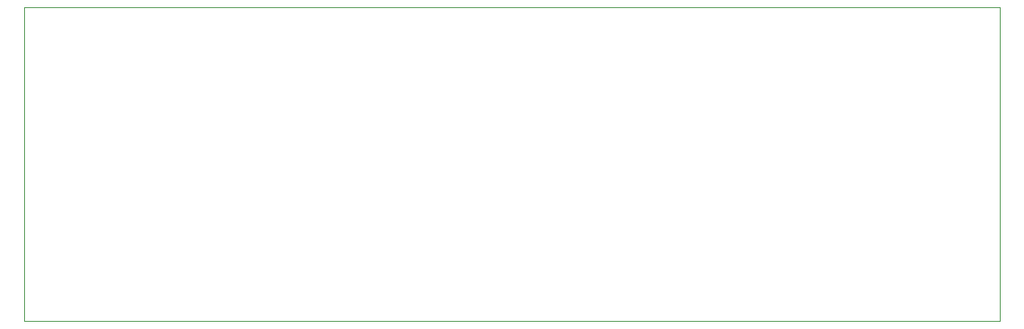
<source format=gko>
G75*
%MOIN*%
%OFA0B0*%
%FSLAX24Y24*%
%IPPOS*%
%LPD*%
%AMOC8*
5,1,8,0,0,1.08239X$1,22.5*
%
%ADD10C,0.0000*%
D10*
X000180Y000180D02*
X000180Y013176D01*
X040550Y013176D01*
X040550Y000180D01*
X000180Y000180D01*
M02*

</source>
